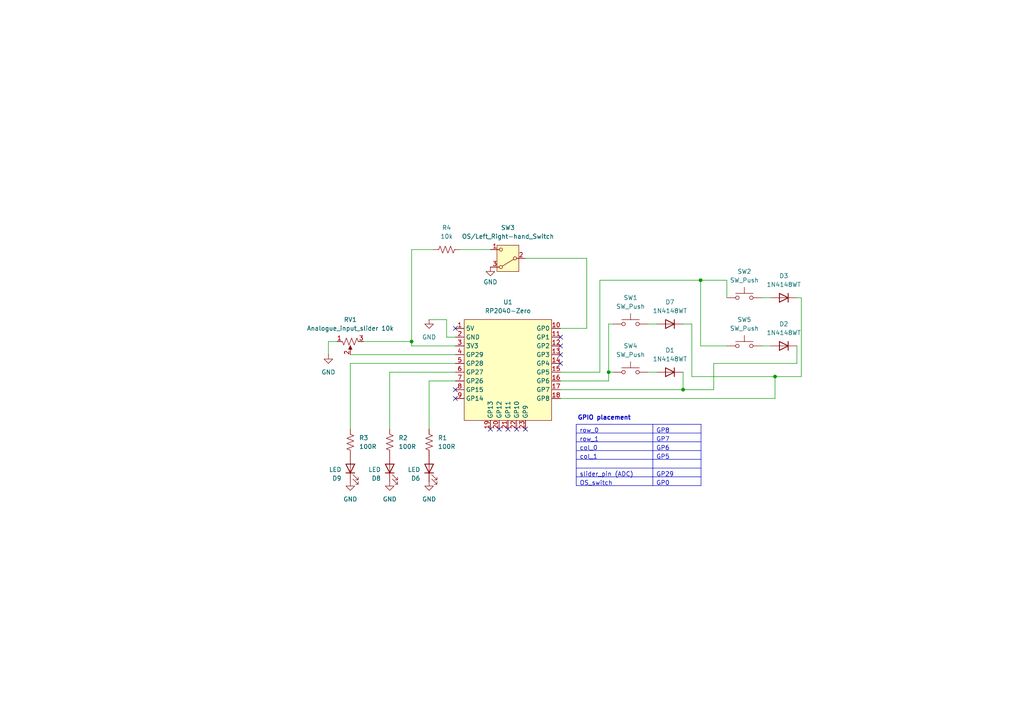
<source format=kicad_sch>
(kicad_sch (version 20250114) (generator "eeschema") (generator_version "9.0")
  (paper "A4")
  (lib_symbols
    (symbol "Device:LED" (pin_numbers (hide yes)) (pin_names (offset 1.016) (hide yes))
      (property "Reference" "D" (at 0 2.54 0))
      (property "Value" "LED" (at 0 -2.54 0))
      (symbol "LED_0_1"
        (polyline (pts (xy -3.048 -0.762) (xy -4.572 -2.286) (xy -3.81 -2.286) (xy -4.572 -2.286) (xy -4.572 -1.524)))
        (polyline (pts (xy -1.778 -0.762) (xy -3.302 -2.286) (xy -2.54 -2.286) (xy -3.302 -2.286) (xy -3.302 -1.524)))
        (polyline (pts (xy -1.27 0) (xy 1.27 0)))
        (polyline (pts (xy -1.27 -1.27) (xy -1.27 1.27)) (stroke (width 0.254)))
        (polyline (pts (xy 1.27 -1.27) (xy 1.27 1.27) (xy -1.27 0) (xy 1.27 -1.27)) (stroke (width 0.254)))
      )
      (symbol "LED_1_1"
        (pin passive line (at -3.81 0 0) (length 2.54) (name "K") (number "1"))
        (pin passive line (at 3.81 0 180) (length 2.54) (name "A") (number "2"))
      )
    )
    (symbol "Device:R_Potentiometer_US" (pin_names (offset 1.016) (hide yes))
      (property "Reference" "RV" (at -4.445 0 90))
      (property "Value" "R_Potentiometer_US" (at -2.54 0 90))
      (symbol "R_Potentiometer_US_0_1"
        (polyline (pts (xy 0 2.54) (xy 0 2.286)))
        (polyline (pts (xy 0 2.286) (xy 1.016 1.905) (xy 0 1.524) (xy -1.016 1.143) (xy 0 0.762)))
        (polyline (pts (xy 0 0.762) (xy 1.016 0.381) (xy 0 0) (xy -1.016 -0.381) (xy 0 -0.762)))
        (polyline (pts (xy 0 -0.762) (xy 1.016 -1.143) (xy 0 -1.524) (xy -1.016 -1.905) (xy 0 -2.286)))
        (polyline (pts (xy 0 -2.286) (xy 0 -2.54)))
        (polyline (pts (xy 1.143 0) (xy 2.286 0.508) (xy 2.286 -0.508) (xy 1.143 0)) (fill (type outline)))
        (polyline (pts (xy 2.54 0) (xy 1.524 0)))
      )
      (symbol "R_Potentiometer_US_1_1"
        (pin passive line (at 0 3.81 270) (length 1.27) (name "1") (number "1"))
        (pin passive line (at 0 -3.81 90) (length 1.27) (name "3") (number "3"))
        (pin passive line (at 3.81 0 180) (length 1.27) (name "2") (number "2"))
      )
    )
    (symbol "Device:R_US" (pin_numbers (hide yes)) (pin_names (offset 0))
      (property "Reference" "R" (at 2.54 0 90))
      (property "Value" "R_US" (at -2.54 0 90))
      (symbol "R_US_0_1"
        (polyline (pts (xy 0 2.286) (xy 0 2.54)))
        (polyline (pts (xy 0 2.286) (xy 1.016 1.905) (xy 0 1.524) (xy -1.016 1.143) (xy 0 0.762)))
        (polyline (pts (xy 0 0.762) (xy 1.016 0.381) (xy 0 0) (xy -1.016 -0.381) (xy 0 -0.762)))
        (polyline (pts (xy 0 -0.762) (xy 1.016 -1.143) (xy 0 -1.524) (xy -1.016 -1.905) (xy 0 -2.286)))
        (polyline (pts (xy 0 -2.286) (xy 0 -2.54)))
      )
      (symbol "R_US_1_1"
        (pin passive line (at 0 3.81 270) (length 1.27) (name "~") (number "1"))
        (pin passive line (at 0 -3.81 90) (length 1.27) (name "~") (number "2"))
      )
    )
    (symbol "Diode:1N4148WT" (pin_numbers (hide yes)) (pin_names (hide yes))
      (property "Reference" "D" (at 0 2.54 0))
      (property "Value" "1N4148WT" (at 0 -2.54 0))
      (symbol "1N4148WT_0_1"
        (polyline (pts (xy -1.27 1.27) (xy -1.27 -1.27)) (stroke (width 0.254)))
        (polyline (pts (xy 1.27 1.27) (xy 1.27 -1.27) (xy -1.27 0) (xy 1.27 1.27)) (stroke (width 0.254)))
        (polyline (pts (xy 1.27 0) (xy -1.27 0)))
      )
      (symbol "1N4148WT_1_1"
        (pin passive line (at -3.81 0 0) (length 2.54) (name "K") (number "1"))
        (pin passive line (at 3.81 0 180) (length 2.54) (name "A") (number "2"))
      )
    )
    (symbol "Switch:SW_Nidec_CAS-120A1" (pin_names (offset 1) (hide yes))
      (property "Reference" "SW" (at 0 4.318 0))
      (property "Value" "SW_Nidec_CAS-120A1" (at 0 -5.08 0))
      (symbol "SW_Nidec_CAS-120A1_0_1"
        (circle (center -2.032 0) (radius 0.4572))
        (polyline (pts (xy -1.651 0.254) (xy 1.651 2.286)))
        (circle (center 2.032 2.54) (radius 0.4572))
        (circle (center 2.032 -2.54) (radius 0.4572))
      )
      (symbol "SW_Nidec_CAS-120A1_1_1"
        (rectangle (start -3.175 3.81) (end 3.175 -3.81) (fill (type background)))
        (pin passive line (at -5.08 0 0) (length 2.54) (name "B") (number "2"))
        (pin passive line (at 5.08 2.54 180) (length 2.54) (name "A") (number "3"))
        (pin passive line (at 5.08 -2.54 180) (length 2.54) (name "C") (number "1"))
      )
    )
    (symbol "Switch:SW_Push" (pin_numbers (hide yes)) (pin_names (offset 1.016) (hide yes))
      (property "Reference" "SW" (at 1.27 2.54 0))
      (property "Value" "SW_Push" (at 0 -1.524 0))
      (symbol "SW_Push_0_1"
        (circle (center -2.032 0) (radius 0.508))
        (polyline (pts (xy 0 1.27) (xy 0 3.048)))
        (circle (center 2.032 0) (radius 0.508))
        (polyline (pts (xy 2.54 1.27) (xy -2.54 1.27)))
        (pin passive line (at -5.08 0 0) (length 2.54) (name "1") (number "1"))
        (pin passive line (at 5.08 0 180) (length 2.54) (name "2") (number "2"))
      )
    )
    (symbol "power:GND" (power) (pin_numbers (hide yes)) (pin_names (offset 0) (hide yes))
      (property "Value" "GND" (at 0 -3.81 0))
      (symbol "GND_0_1"
        (polyline (pts (xy 0 0) (xy 0 -1.27) (xy 1.27 -1.27) (xy 0 -2.54) (xy -1.27 -1.27) (xy 0 -1.27)))
      )
      (symbol "GND_1_1"
        (pin power_in line (at 0 0 270) (length 0) (name "~") (number "1"))
      )
    )
    (symbol "rp2040_zero:RP2040-Zero"
      (property "Reference" "U" (at 0 0 0))
      (property "Value" "RP2040-Zero" (at 0 8.89 0))
      (symbol "RP2040-Zero_0_1"
        (rectangle (start -12.7 7.62) (end 12.7 -21.59) (fill (type background)))
      )
      (symbol "RP2040-Zero_1_1"
        (pin power_in line (at -15.24 5.08 0) (length 2.54) (name "5V") (number "1"))
        (pin power_in line (at -15.24 2.54 0) (length 2.54) (name "GND") (number "2"))
        (pin power_in line (at -15.24 0 0) (length 2.54) (name "3V3") (number "3"))
        (pin bidirectional line (at -15.24 -2.54 0) (length 2.54) (name "GP29") (number "4"))
        (pin bidirectional line (at -15.24 -5.08 0) (length 2.54) (name "GP28") (number "5"))
        (pin bidirectional line (at -15.24 -7.62 0) (length 2.54) (name "GP27") (number "6"))
        (pin bidirectional line (at -15.24 -10.16 0) (length 2.54) (name "GP26") (number "7"))
        (pin bidirectional line (at -15.24 -12.7 0) (length 2.54) (name "GP15") (number "8"))
        (pin bidirectional line (at -15.24 -15.24 0) (length 2.54) (name "GP14") (number "9"))
        (pin bidirectional line (at -5.08 -24.13 90) (length 2.54) (name "GP13") (number "19"))
        (pin bidirectional line (at -2.54 -24.13 90) (length 2.54) (name "GP12") (number "20"))
        (pin bidirectional line (at 0 -24.13 90) (length 2.54) (name "GP11") (number "21"))
        (pin bidirectional line (at 2.54 -24.13 90) (length 2.54) (name "GP10") (number "22"))
        (pin bidirectional line (at 5.08 -24.13 90) (length 2.54) (name "GP9") (number "23"))
        (pin bidirectional line (at 15.24 5.08 180) (length 2.54) (name "GP0") (number "10"))
        (pin bidirectional line (at 15.24 2.54 180) (length 2.54) (name "GP1") (number "11"))
        (pin bidirectional line (at 15.24 0 180) (length 2.54) (name "GP2") (number "12"))
        (pin bidirectional line (at 15.24 -2.54 180) (length 2.54) (name "GP3") (number "13"))
        (pin bidirectional line (at 15.24 -5.08 180) (length 2.54) (name "GP4") (number "14"))
        (pin bidirectional line (at 15.24 -7.62 180) (length 2.54) (name "GP5") (number "15"))
        (pin bidirectional line (at 15.24 -10.16 180) (length 2.54) (name "GP6") (number "16"))
        (pin bidirectional line (at 15.24 -12.7 180) (length 2.54) (name "GP7") (number "17"))
        (pin bidirectional line (at 15.24 -15.24 180) (length 2.54) (name "GP8") (number "18"))
      )
    )
  )
  (text "GPIO placement" (at 175.26 121.285 0) (effects (font (size 1.27 1.27) (thickness 0.254) (bold yes))))
  (junction (at 198.12 113.03))
  (junction (at 176.53 107.95))
  (junction (at 224.79 109.22))
  (junction (at 203.2 81.28))
  (junction (at 119.38 99.06))
  (no_connect (at 149.86 124.46))
  (no_connect (at 162.56 105.41))
  (no_connect (at 144.78 124.46))
  (no_connect (at 132.08 115.57))
  (no_connect (at 132.08 113.03))
  (no_connect (at 132.08 95.25))
  (no_connect (at 162.56 97.79))
  (no_connect (at 147.32 124.46))
  (no_connect (at 152.4 124.46))
  (no_connect (at 162.56 102.87))
  (no_connect (at 142.24 124.46))
  (no_connect (at 162.56 100.33))
  (wire (pts (xy 105.41 99.06) (xy 119.38 99.06)))
  (wire (pts (xy 203.2 100.33) (xy 210.82 100.33)))
  (wire (pts (xy 101.6 105.41) (xy 101.6 124.46)))
  (wire (pts (xy 95.25 99.06) (xy 97.79 99.06)))
  (wire (pts (xy 173.99 107.95) (xy 173.99 81.28)))
  (wire (pts (xy 190.5 93.98) (xy 187.96 93.98)))
  (wire (pts (xy 224.79 109.22) (xy 224.79 115.57)))
  (wire (pts (xy 198.12 113.03) (xy 207.01 113.03)))
  (wire (pts (xy 231.14 105.41) (xy 231.14 100.33)))
  (wire (pts (xy 119.38 72.39) (xy 119.38 99.06)))
  (wire (pts (xy 223.52 86.36) (xy 220.98 86.36)))
  (wire (pts (xy 113.03 107.95) (xy 113.03 124.46)))
  (wire (pts (xy 95.25 102.87) (xy 95.25 99.06)))
  (wire (pts (xy 113.03 107.95) (xy 132.08 107.95)))
  (wire (pts (xy 101.6 102.87) (xy 132.08 102.87)))
  (wire (pts (xy 203.2 81.28) (xy 210.82 81.28)))
  (wire (pts (xy 176.53 107.95) (xy 176.53 93.98)))
  (wire (pts (xy 173.99 81.28) (xy 203.2 81.28)))
  (wire (pts (xy 203.2 81.28) (xy 203.2 100.33)))
  (wire (pts (xy 152.4 74.93) (xy 170.18 74.93)))
  (wire (pts (xy 232.41 109.22) (xy 232.41 86.36)))
  (wire (pts (xy 124.46 110.49) (xy 132.08 110.49)))
  (wire (pts (xy 207.01 105.41) (xy 231.14 105.41)))
  (wire (pts (xy 207.01 113.03) (xy 207.01 105.41)))
  (wire (pts (xy 170.18 74.93) (xy 170.18 95.25)))
  (wire (pts (xy 132.08 100.33) (xy 119.38 100.33)))
  (wire (pts (xy 132.08 105.41) (xy 101.6 105.41)))
  (wire (pts (xy 176.53 110.49) (xy 176.53 107.95)))
  (wire (pts (xy 162.56 113.03) (xy 198.12 113.03)))
  (wire (pts (xy 200.66 109.22) (xy 200.66 93.98)))
  (wire (pts (xy 132.08 97.79) (xy 129.54 97.79)))
  (wire (pts (xy 200.66 93.98) (xy 198.12 93.98)))
  (wire (pts (xy 223.52 100.33) (xy 220.98 100.33)))
  (wire (pts (xy 133.35 72.39) (xy 142.24 72.39)))
  (wire (pts (xy 119.38 99.06) (xy 119.38 100.33)))
  (wire (pts (xy 190.5 107.95) (xy 187.96 107.95)))
  (wire (pts (xy 200.66 109.22) (xy 224.79 109.22)))
  (wire (pts (xy 224.79 109.22) (xy 232.41 109.22)))
  (wire (pts (xy 198.12 113.03) (xy 198.12 107.95)))
  (wire (pts (xy 119.38 72.39) (xy 125.73 72.39)))
  (wire (pts (xy 129.54 97.79) (xy 129.54 92.71)))
  (wire (pts (xy 176.53 93.98) (xy 177.8 93.98)))
  (wire (pts (xy 129.54 92.71) (xy 124.46 92.71)))
  (wire (pts (xy 124.46 110.49) (xy 124.46 124.46)))
  (wire (pts (xy 177.8 107.95) (xy 176.53 107.95)))
  (wire (pts (xy 162.56 110.49) (xy 176.53 110.49)))
  (wire (pts (xy 231.14 86.36) (xy 232.41 86.36)))
  (wire (pts (xy 162.56 115.57) (xy 224.79 115.57)))
  (wire (pts (xy 210.82 81.28) (xy 210.82 86.36)))
  (wire (pts (xy 170.18 95.25) (xy 162.56 95.25)))
  (wire (pts (xy 162.56 107.95) (xy 173.99 107.95)))
  (table (column_count 2) (border (external yes) (header yes)) (separators (rows yes) (cols yes)) (column_widths 22.225 13.97) (row_heights 2.54 2.54 2.54 2.54 2.54 2.54 2.54) (cells (table_cell "row_0" (at 167.132 123.063 0) (size 22.225 2.54) (margins 0.9525 0.9525 0.9525 0.9525) (span 1 1)) (table_cell "GP8" (at 189.357 123.063 0) (size 13.97 2.54) (margins 0.9525 0.9525 0.9525 0.9525) (span 1 1)) (table_cell "row_1" (at 167.132 125.603 0) (size 22.225 2.54) (margins 0.9525 0.9525 0.9525 0.9525) (span 1 1)) (table_cell "GP7" (at 189.357 125.603 0) (size 13.97 2.54) (margins 0.9525 0.9525 0.9525 0.9525) (span 1 1)) (table_cell "col_0" (at 167.132 128.143 0) (size 22.225 2.54) (margins 0.9525 0.9525 0.9525 0.9525) (span 1 1)) (table_cell "GP6" (at 189.357 128.143 0) (size 13.97 2.54) (margins 0.9525 0.9525 0.9525 0.9525) (span 1 1)) (table_cell "col_1" (at 167.132 130.683 0) (size 22.225 2.54) (margins 0.9525 0.9525 0.9525 0.9525) (span 1 1)) (table_cell "GP5" (at 189.357 130.683 0) (size 13.97 2.54) (margins 0.9525 0.9525 0.9525 0.9525) (span 1 1)) (table_cell "" (at 167.132 133.223 0) (size 22.225 2.54) (margins 0.9525 0.9525 0.9525 0.9525) (span 1 1)) (table_cell "" (at 189.357 133.223 0) (size 13.97 2.54) (margins 0.9525 0.9525 0.9525 0.9525) (span 1 1)) (table_cell "slider_pin (ADC)" (at 167.132 135.763 0) (size 22.225 2.54) (margins 0.9525 0.9525 0.9525 0.9525) (span 1 1)) (table_cell "GP29" (at 189.357 135.763 0) (size 13.97 2.54) (margins 0.9525 0.9525 0.9525 0.9525) (span 1 1)) (table_cell "OS_switch" (at 167.132 138.303 0) (size 22.225 2.54) (margins 0.9525 0.9525 0.9525 0.9525) (span 1 1)) (table_cell "GP0" (at 189.357 138.303 0) (size 13.97 2.54) (margins 0.9525 0.9525 0.9525 0.9525) (span 1 1))))
  (symbol (lib_id "power:GND") (at 142.24 77.47 0) (unit 1)
    (property "Reference" "#PWR06" (effects (hide yes)))
    (property "Value" "GND" (at 142.24 81.788 0))
    (property "Description" "Power symbol creates a global label with name \"GND\" , ground" (effects (hide yes)))
  )
  (symbol (lib_id "Device:R_US") (at 129.54 72.39 270) (unit 1)
    (property "Reference" "R4" (at 129.54 66.04 90))
    (property "Value" "10k" (at 129.54 68.58 90))
    (property "Footprint" "Resistor_THT:R_Axial_DIN0204_L3.6mm_D1.6mm_P5.08mm_Horizontal" (effects (hide yes)))
    (property "Description" "Resistor, US symbol" (effects (hide yes)))
  )
  (symbol (lib_id "Device:LED") (at 124.46 135.89 90) (unit 1)
    (property "Reference" "D6" (at 121.92 138.7476 90) (effects (justify left)))
    (property "Value" "LED" (at 121.92 136.2076 90) (effects (justify left)))
    (property "Footprint" "LED_THT:LED_D3.0mm" (effects (hide yes)))
    (property "Description" "Light emitting diode" (effects (hide yes)))
    (property "Sim.Pins" "1=K 2=A" (effects (hide yes)))
  )
  (symbol (lib_id "Switch:SW_Push") (at 182.88 93.98 0) (unit 1)
    (property "Reference" "SW1" (at 182.88 86.36 0))
    (property "Value" "SW_Push" (at 182.88 88.9 0))
    (property "Footprint" "Key_Switches:Kailh_socket_MX_PG1350_optional" (effects (hide yes)))
    (property "Description" "Push button switch, generic, two pins" (effects (hide yes)))
  )
  (symbol (lib_id "rp2040_zero:RP2040-Zero") (at 147.32 100.33 0) (unit 1)
    (property "Reference" "U1" (at 147.32 87.63 0))
    (property "Value" "RP2040-Zero" (at 147.32 90.17 0))
    (property "Footprint" "CustomFootprints:RP2040 Zero" (effects (hide yes)))
  )
  (symbol (lib_id "Switch:SW_Push") (at 215.9 86.36 0) (unit 1)
    (property "Reference" "SW2" (at 215.9 78.74 0))
    (property "Value" "SW_Push" (at 215.9 81.28 0))
    (property "Footprint" "Key_Switches:Kailh_socket_MX_PG1350_optional" (effects (hide yes)))
    (property "Description" "Push button switch, generic, two pins" (effects (hide yes)))
  )
  (symbol (lib_id "Diode:1N4148WT") (at 194.31 107.95 180) (unit 1)
    (property "Reference" "D1" (at 194.31 101.6 0))
    (property "Value" "1N4148WT" (at 194.31 104.14 0))
    (property "Footprint" "Key_Switches:D_DO-35_SOD27_P5.08mm_Horizontal" (effects (hide yes)))
    (property "Datasheet" "https://www.diodes.com/assets/Datasheets/ds30396.pdf" (effects (hide yes)))
    (property "Description" "75V 0.15A Fast switching Diode, SOD-523" (effects (hide yes)))
    (property "Sim.Device" "D" (effects (hide yes)))
    (property "Sim.Pins" "1=K 2=A" (effects (hide yes)))
  )
  (symbol (lib_id "Diode:1N4148WT") (at 194.31 93.98 180) (unit 1)
    (property "Reference" "D7" (at 194.31 87.63 0))
    (property "Value" "1N4148WT" (at 194.31 90.17 0))
    (property "Footprint" "Key_Switches:D_DO-35_SOD27_P5.08mm_Horizontal" (effects (hide yes)))
    (property "Datasheet" "https://www.diodes.com/assets/Datasheets/ds30396.pdf" (effects (hide yes)))
    (property "Description" "75V 0.15A Fast switching Diode, SOD-523" (effects (hide yes)))
    (property "Sim.Device" "D" (effects (hide yes)))
    (property "Sim.Pins" "1=K 2=A" (effects (hide yes)))
  )
  (symbol (lib_id "Device:R_US") (at 124.46 128.27 180) (unit 1)
    (property "Reference" "R1" (at 127 126.9999 0) (effects (justify right)))
    (property "Value" "100R" (at 127 129.5399 0) (effects (justify right)))
    (property "Footprint" "Resistor_THT:R_Axial_DIN0204_L3.6mm_D1.6mm_P5.08mm_Horizontal" (effects (hide yes)))
    (property "Description" "Resistor, US symbol" (effects (hide yes)))
  )
  (symbol (lib_id "power:GND") (at 113.03 139.7 0) (unit 1)
    (property "Reference" "#PWR04" (effects (hide yes)))
    (property "Value" "GND" (at 113.03 144.78 0))
    (property "Description" "Power symbol creates a global label with name \"GND\" , ground" (effects (hide yes)))
  )
  (symbol (lib_id "Device:R_Potentiometer_US") (at 101.6 99.06 90) (mirror x) (unit 1)
    (property "Reference" "RV1" (at 101.6 92.71 90))
    (property "Value" "Analogue_input_slider 10k" (at 101.6 95.25 90))
    (property "Footprint" "CustomFootprints:Potentiometer_slide_75mm_range_60mm_2_sets" (effects (hide yes)))
    (property "Description" "Potentiometer, US symbol" (effects (hide yes)))
  )
  (symbol (lib_id "Switch:SW_Push") (at 215.9 100.33 0) (unit 1)
    (property "Reference" "SW5" (at 215.9 92.71 0))
    (property "Value" "SW_Push" (at 215.9 95.25 0))
    (property "Footprint" "Key_Switches:Kailh_socket_MX_PG1350_optional" (effects (hide yes)))
    (property "Description" "Push button switch, generic, two pins" (effects (hide yes)))
  )
  (symbol (lib_id "Device:LED") (at 113.03 135.89 90) (unit 1)
    (property "Reference" "D8" (at 110.49 138.7476 90) (effects (justify left)))
    (property "Value" "LED" (at 110.49 136.2076 90) (effects (justify left)))
    (property "Footprint" "LED_THT:LED_D3.0mm" (effects (hide yes)))
    (property "Description" "Light emitting diode" (effects (hide yes)))
    (property "Sim.Pins" "1=K 2=A" (effects (hide yes)))
  )
  (symbol (lib_id "power:GND") (at 124.46 139.7 0) (unit 1)
    (property "Reference" "#PWR05" (effects (hide yes)))
    (property "Value" "GND" (at 124.46 144.78 0))
    (property "Description" "Power symbol creates a global label with name \"GND\" , ground" (effects (hide yes)))
  )
  (symbol (lib_id "Device:LED") (at 101.6 135.89 90) (unit 1)
    (property "Reference" "D9" (at 99.06 138.7476 90) (effects (justify left)))
    (property "Value" "LED" (at 99.06 136.2076 90) (effects (justify left)))
    (property "Footprint" "LED_THT:LED_D3.0mm" (effects (hide yes)))
    (property "Description" "Light emitting diode" (effects (hide yes)))
    (property "Sim.Pins" "1=K 2=A" (effects (hide yes)))
  )
  (symbol (lib_id "power:GND") (at 124.46 92.71 0) (unit 1)
    (property "Reference" "#PWR07" (effects (hide yes)))
    (property "Value" "GND" (at 124.46 97.79 0))
    (property "Description" "Power symbol creates a global label with name \"GND\" , ground" (effects (hide yes)))
  )
  (symbol (lib_id "Switch:SW_Nidec_CAS-120A1") (at 147.32 74.93 180) (unit 1)
    (property "Reference" "SW3" (at 147.32 66.04 0))
    (property "Value" "OS/Left_Right-hand_Switch" (at 147.32 68.58 0))
    (property "Footprint" "CustomFootprints:SPDT_3pin_2_pos_1P2T_tht_2.54mm_switch_sk12d07" (effects (hide yes)))
    (property "Datasheet" "https://www.nidec-components.com/e/catalog/switch/cas.pdf" (effects (hide yes)))
    (property "Description" "Switch, single pole double throw" (effects (hide yes)))
  )
  (symbol (lib_id "power:GND") (at 101.6 139.7 0) (unit 1)
    (property "Reference" "#PWR01" (effects (hide yes)))
    (property "Value" "GND" (at 101.6 144.78 0))
    (property "Description" "Power symbol creates a global label with name \"GND\" , ground" (effects (hide yes)))
  )
  (symbol (lib_id "Diode:1N4148WT") (at 227.33 100.33 180) (unit 1)
    (property "Reference" "D2" (at 227.33 93.98 0))
    (property "Value" "1N4148WT" (at 227.33 96.52 0))
    (property "Footprint" "Key_Switches:D_DO-35_SOD27_P5.08mm_Horizontal" (effects (hide yes)))
    (property "Datasheet" "https://www.diodes.com/assets/Datasheets/ds30396.pdf" (effects (hide yes)))
    (property "Description" "75V 0.15A Fast switching Diode, SOD-523" (effects (hide yes)))
    (property "Sim.Device" "D" (effects (hide yes)))
    (property "Sim.Pins" "1=K 2=A" (effects (hide yes)))
  )
  (symbol (lib_id "power:GND") (at 95.25 102.87 0) (unit 1)
    (property "Reference" "#PWR02" (effects (hide yes)))
    (property "Value" "GND" (at 95.25 107.95 0))
    (property "Description" "Power symbol creates a global label with name \"GND\" , ground" (effects (hide yes)))
  )
  (symbol (lib_id "Device:R_US") (at 113.03 128.27 180) (unit 1)
    (property "Reference" "R2" (at 115.57 126.9999 0) (effects (justify right)))
    (property "Value" "100R" (at 115.57 129.5399 0) (effects (justify right)))
    (property "Footprint" "Resistor_THT:R_Axial_DIN0204_L3.6mm_D1.6mm_P5.08mm_Horizontal" (effects (hide yes)))
    (property "Description" "Resistor, US symbol" (effects (hide yes)))
  )
  (symbol (lib_id "Switch:SW_Push") (at 182.88 107.95 0) (unit 1)
    (property "Reference" "SW4" (at 182.88 100.33 0))
    (property "Value" "SW_Push" (at 182.88 102.87 0))
    (property "Footprint" "Key_Switches:Kailh_socket_MX_PG1350_optional" (effects (hide yes)))
    (property "Description" "Push button switch, generic, two pins" (effects (hide yes)))
  )
  (symbol (lib_id "Diode:1N4148WT") (at 227.33 86.36 180) (unit 1)
    (property "Reference" "D3" (at 227.33 80.01 0))
    (property "Value" "1N4148WT" (at 227.33 82.55 0))
    (property "Footprint" "Key_Switches:D_DO-35_SOD27_P5.08mm_Horizontal" (effects (hide yes)))
    (property "Datasheet" "https://www.diodes.com/assets/Datasheets/ds30396.pdf" (effects (hide yes)))
    (property "Description" "75V 0.15A Fast switching Diode, SOD-523" (effects (hide yes)))
    (property "Sim.Device" "D" (effects (hide yes)))
    (property "Sim.Pins" "1=K 2=A" (effects (hide yes)))
  )
  (symbol (lib_id "Device:R_US") (at 101.6 128.27 180) (unit 1)
    (property "Reference" "R3" (at 104.14 126.9999 0) (effects (justify right)))
    (property "Value" "100R" (at 104.14 129.5399 0) (effects (justify right)))
    (property "Footprint" "Resistor_THT:R_Axial_DIN0204_L3.6mm_D1.6mm_P5.08mm_Horizontal" (effects (hide yes)))
    (property "Description" "Resistor, US symbol" (effects (hide yes)))
  )
)
</source>
